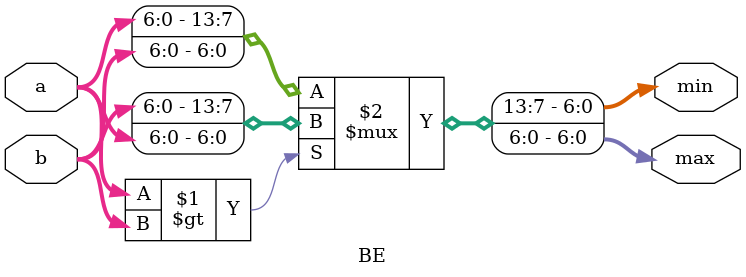
<source format=v>
module BE #(
    parameter N = 7
) (
    input  signed [N-1:0] a,
    input  signed [N-1:0] b,
    output signed [N-1:0] min,
    output signed [N-1:0] max
);

    assign {min, max} = (a > b) ? {b, a} : {a, b};

endmodule

</source>
